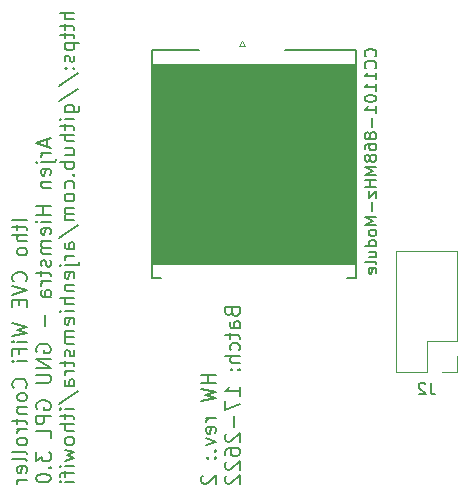
<source format=gbo>
G04 #@! TF.GenerationSoftware,KiCad,Pcbnew,(6.0.1-0)*
G04 #@! TF.CreationDate,2022-06-28T13:25:53+02:00*
G04 #@! TF.ProjectId,ithowifi_4l,6974686f-7769-4666-995f-346c2e6b6963,rev?*
G04 #@! TF.SameCoordinates,Original*
G04 #@! TF.FileFunction,Legend,Bot*
G04 #@! TF.FilePolarity,Positive*
%FSLAX46Y46*%
G04 Gerber Fmt 4.6, Leading zero omitted, Abs format (unit mm)*
G04 Created by KiCad (PCBNEW (6.0.1-0)) date 2022-06-28 13:25:53*
%MOMM*%
%LPD*%
G01*
G04 APERTURE LIST*
%ADD10C,0.100000*%
%ADD11C,0.200000*%
%ADD12C,0.150000*%
%ADD13C,0.120000*%
G04 APERTURE END LIST*
D10*
X114808000Y-129997200D02*
X97561400Y-129997200D01*
X97561400Y-129997200D02*
X97536000Y-113030000D01*
X97536000Y-113030000D02*
X114808000Y-113030000D01*
X114808000Y-113030000D02*
X114808000Y-129997200D01*
G36*
X114808000Y-129997200D02*
G01*
X97561400Y-129997200D01*
X97536000Y-113030000D01*
X114808000Y-113030000D01*
X114808000Y-129997200D01*
G37*
X114808000Y-129997200D02*
X97561400Y-129997200D01*
X97536000Y-113030000D01*
X114808000Y-113030000D01*
X114808000Y-129997200D01*
D11*
X86949606Y-126226666D02*
X85703606Y-126226666D01*
X86118940Y-126642000D02*
X86118940Y-127116666D01*
X85703606Y-126820000D02*
X86771606Y-126820000D01*
X86890273Y-126879333D01*
X86949606Y-126998000D01*
X86949606Y-127116666D01*
X86949606Y-127532000D02*
X85703606Y-127532000D01*
X86949606Y-128066000D02*
X86296940Y-128066000D01*
X86178273Y-128006666D01*
X86118940Y-127888000D01*
X86118940Y-127710000D01*
X86178273Y-127591333D01*
X86237606Y-127532000D01*
X86949606Y-128837333D02*
X86890273Y-128718666D01*
X86830940Y-128659333D01*
X86712273Y-128600000D01*
X86356273Y-128600000D01*
X86237606Y-128659333D01*
X86178273Y-128718666D01*
X86118940Y-128837333D01*
X86118940Y-129015333D01*
X86178273Y-129134000D01*
X86237606Y-129193333D01*
X86356273Y-129252666D01*
X86712273Y-129252666D01*
X86830940Y-129193333D01*
X86890273Y-129134000D01*
X86949606Y-129015333D01*
X86949606Y-128837333D01*
X86830940Y-131448000D02*
X86890273Y-131388666D01*
X86949606Y-131210666D01*
X86949606Y-131092000D01*
X86890273Y-130914000D01*
X86771606Y-130795333D01*
X86652940Y-130736000D01*
X86415606Y-130676666D01*
X86237606Y-130676666D01*
X86000273Y-130736000D01*
X85881606Y-130795333D01*
X85762940Y-130914000D01*
X85703606Y-131092000D01*
X85703606Y-131210666D01*
X85762940Y-131388666D01*
X85822273Y-131448000D01*
X85703606Y-131804000D02*
X86949606Y-132219333D01*
X85703606Y-132634666D01*
X86296940Y-133049999D02*
X86296940Y-133465333D01*
X86949606Y-133643333D02*
X86949606Y-133049999D01*
X85703606Y-133049999D01*
X85703606Y-133643333D01*
X85703606Y-135008000D02*
X86949606Y-135304666D01*
X86059606Y-135542000D01*
X86949606Y-135779333D01*
X85703606Y-136076000D01*
X86949606Y-136550666D02*
X86118940Y-136550666D01*
X85703606Y-136550666D02*
X85762940Y-136491333D01*
X85822273Y-136550666D01*
X85762940Y-136610000D01*
X85703606Y-136550666D01*
X85822273Y-136550666D01*
X86296940Y-137559333D02*
X86296940Y-137144000D01*
X86949606Y-137144000D02*
X85703606Y-137144000D01*
X85703606Y-137737333D01*
X86949606Y-138212000D02*
X86118940Y-138212000D01*
X85703606Y-138212000D02*
X85762940Y-138152666D01*
X85822273Y-138212000D01*
X85762940Y-138271333D01*
X85703606Y-138212000D01*
X85822273Y-138212000D01*
X86830940Y-140466666D02*
X86890273Y-140407333D01*
X86949606Y-140229333D01*
X86949606Y-140110666D01*
X86890273Y-139932666D01*
X86771606Y-139814000D01*
X86652940Y-139754666D01*
X86415606Y-139695333D01*
X86237606Y-139695333D01*
X86000273Y-139754666D01*
X85881606Y-139814000D01*
X85762940Y-139932666D01*
X85703606Y-140110666D01*
X85703606Y-140229333D01*
X85762940Y-140407333D01*
X85822273Y-140466666D01*
X86949606Y-141178666D02*
X86890273Y-141060000D01*
X86830940Y-141000666D01*
X86712273Y-140941333D01*
X86356273Y-140941333D01*
X86237606Y-141000666D01*
X86178273Y-141060000D01*
X86118940Y-141178666D01*
X86118940Y-141356666D01*
X86178273Y-141475333D01*
X86237606Y-141534666D01*
X86356273Y-141594000D01*
X86712273Y-141594000D01*
X86830940Y-141534666D01*
X86890273Y-141475333D01*
X86949606Y-141356666D01*
X86949606Y-141178666D01*
X86118940Y-142128000D02*
X86949606Y-142128000D01*
X86237606Y-142128000D02*
X86178273Y-142187333D01*
X86118940Y-142306000D01*
X86118940Y-142484000D01*
X86178273Y-142602666D01*
X86296940Y-142662000D01*
X86949606Y-142662000D01*
X86118940Y-143077333D02*
X86118940Y-143552000D01*
X85703606Y-143255333D02*
X86771606Y-143255333D01*
X86890273Y-143314666D01*
X86949606Y-143433333D01*
X86949606Y-143552000D01*
X86949606Y-143967333D02*
X86118940Y-143967333D01*
X86356273Y-143967333D02*
X86237606Y-144026666D01*
X86178273Y-144086000D01*
X86118940Y-144204666D01*
X86118940Y-144323333D01*
X86949606Y-144916666D02*
X86890273Y-144798000D01*
X86830940Y-144738666D01*
X86712273Y-144679333D01*
X86356273Y-144679333D01*
X86237606Y-144738666D01*
X86178273Y-144798000D01*
X86118940Y-144916666D01*
X86118940Y-145094666D01*
X86178273Y-145213333D01*
X86237606Y-145272666D01*
X86356273Y-145332000D01*
X86712273Y-145332000D01*
X86830940Y-145272666D01*
X86890273Y-145213333D01*
X86949606Y-145094666D01*
X86949606Y-144916666D01*
X86949606Y-146044000D02*
X86890273Y-145925333D01*
X86771606Y-145866000D01*
X85703606Y-145866000D01*
X86949606Y-146696666D02*
X86890273Y-146578000D01*
X86771606Y-146518666D01*
X85703606Y-146518666D01*
X86890273Y-147646000D02*
X86949606Y-147527333D01*
X86949606Y-147290000D01*
X86890273Y-147171333D01*
X86771606Y-147112000D01*
X86296940Y-147112000D01*
X86178273Y-147171333D01*
X86118940Y-147290000D01*
X86118940Y-147527333D01*
X86178273Y-147646000D01*
X86296940Y-147705333D01*
X86415606Y-147705333D01*
X86534273Y-147112000D01*
X86949606Y-148239333D02*
X86118940Y-148239333D01*
X86356273Y-148239333D02*
X86237606Y-148298666D01*
X86178273Y-148358000D01*
X86118940Y-148476666D01*
X86118940Y-148595333D01*
X88599666Y-119462666D02*
X88599666Y-120056000D01*
X88955666Y-119344000D02*
X87709666Y-119759333D01*
X88955666Y-120174666D01*
X88955666Y-120590000D02*
X88125000Y-120590000D01*
X88362333Y-120590000D02*
X88243666Y-120649333D01*
X88184333Y-120708666D01*
X88125000Y-120827333D01*
X88125000Y-120946000D01*
X88125000Y-121361333D02*
X89193000Y-121361333D01*
X89311666Y-121302000D01*
X89371000Y-121183333D01*
X89371000Y-121124000D01*
X87709666Y-121361333D02*
X87769000Y-121302000D01*
X87828333Y-121361333D01*
X87769000Y-121420666D01*
X87709666Y-121361333D01*
X87828333Y-121361333D01*
X88896333Y-122429333D02*
X88955666Y-122310666D01*
X88955666Y-122073333D01*
X88896333Y-121954666D01*
X88777666Y-121895333D01*
X88303000Y-121895333D01*
X88184333Y-121954666D01*
X88125000Y-122073333D01*
X88125000Y-122310666D01*
X88184333Y-122429333D01*
X88303000Y-122488666D01*
X88421666Y-122488666D01*
X88540333Y-121895333D01*
X88125000Y-123022666D02*
X88955666Y-123022666D01*
X88243666Y-123022666D02*
X88184333Y-123082000D01*
X88125000Y-123200666D01*
X88125000Y-123378666D01*
X88184333Y-123497333D01*
X88303000Y-123556666D01*
X88955666Y-123556666D01*
X88955666Y-125099333D02*
X87709666Y-125099333D01*
X88303000Y-125099333D02*
X88303000Y-125811333D01*
X88955666Y-125811333D02*
X87709666Y-125811333D01*
X88955666Y-126404666D02*
X88125000Y-126404666D01*
X87709666Y-126404666D02*
X87769000Y-126345333D01*
X87828333Y-126404666D01*
X87769000Y-126464000D01*
X87709666Y-126404666D01*
X87828333Y-126404666D01*
X88896333Y-127472666D02*
X88955666Y-127354000D01*
X88955666Y-127116666D01*
X88896333Y-126998000D01*
X88777666Y-126938666D01*
X88303000Y-126938666D01*
X88184333Y-126998000D01*
X88125000Y-127116666D01*
X88125000Y-127354000D01*
X88184333Y-127472666D01*
X88303000Y-127532000D01*
X88421666Y-127532000D01*
X88540333Y-126938666D01*
X88955666Y-128066000D02*
X88125000Y-128066000D01*
X88243666Y-128066000D02*
X88184333Y-128125333D01*
X88125000Y-128244000D01*
X88125000Y-128422000D01*
X88184333Y-128540666D01*
X88303000Y-128600000D01*
X88955666Y-128600000D01*
X88303000Y-128600000D02*
X88184333Y-128659333D01*
X88125000Y-128778000D01*
X88125000Y-128956000D01*
X88184333Y-129074666D01*
X88303000Y-129134000D01*
X88955666Y-129134000D01*
X88896333Y-129667999D02*
X88955666Y-129786666D01*
X88955666Y-130023999D01*
X88896333Y-130142666D01*
X88777666Y-130201999D01*
X88718333Y-130201999D01*
X88599666Y-130142666D01*
X88540333Y-130023999D01*
X88540333Y-129845999D01*
X88481000Y-129727333D01*
X88362333Y-129667999D01*
X88303000Y-129667999D01*
X88184333Y-129727333D01*
X88125000Y-129845999D01*
X88125000Y-130023999D01*
X88184333Y-130142666D01*
X88125000Y-130558000D02*
X88125000Y-131032666D01*
X87709666Y-130736000D02*
X88777666Y-130736000D01*
X88896333Y-130795333D01*
X88955666Y-130914000D01*
X88955666Y-131032666D01*
X88955666Y-131448000D02*
X88125000Y-131448000D01*
X88362333Y-131448000D02*
X88243666Y-131507333D01*
X88184333Y-131566666D01*
X88125000Y-131685333D01*
X88125000Y-131804000D01*
X88955666Y-132753333D02*
X88303000Y-132753333D01*
X88184333Y-132693999D01*
X88125000Y-132575333D01*
X88125000Y-132337999D01*
X88184333Y-132219333D01*
X88896333Y-132753333D02*
X88955666Y-132634666D01*
X88955666Y-132337999D01*
X88896333Y-132219333D01*
X88777666Y-132159999D01*
X88659000Y-132159999D01*
X88540333Y-132219333D01*
X88481000Y-132337999D01*
X88481000Y-132634666D01*
X88421666Y-132753333D01*
X88481000Y-134296000D02*
X88481000Y-135245333D01*
X87769000Y-137440666D02*
X87709666Y-137322000D01*
X87709666Y-137144000D01*
X87769000Y-136966000D01*
X87887666Y-136847333D01*
X88006333Y-136788000D01*
X88243666Y-136728666D01*
X88421666Y-136728666D01*
X88659000Y-136788000D01*
X88777666Y-136847333D01*
X88896333Y-136966000D01*
X88955666Y-137144000D01*
X88955666Y-137262666D01*
X88896333Y-137440666D01*
X88837000Y-137500000D01*
X88421666Y-137500000D01*
X88421666Y-137262666D01*
X88955666Y-138034000D02*
X87709666Y-138034000D01*
X88955666Y-138746000D01*
X87709666Y-138746000D01*
X87709666Y-139339333D02*
X88718333Y-139339333D01*
X88837000Y-139398666D01*
X88896333Y-139458000D01*
X88955666Y-139576666D01*
X88955666Y-139814000D01*
X88896333Y-139932666D01*
X88837000Y-139992000D01*
X88718333Y-140051333D01*
X87709666Y-140051333D01*
X87769000Y-142246666D02*
X87709666Y-142128000D01*
X87709666Y-141950000D01*
X87769000Y-141772000D01*
X87887666Y-141653333D01*
X88006333Y-141594000D01*
X88243666Y-141534666D01*
X88421666Y-141534666D01*
X88659000Y-141594000D01*
X88777666Y-141653333D01*
X88896333Y-141772000D01*
X88955666Y-141950000D01*
X88955666Y-142068666D01*
X88896333Y-142246666D01*
X88837000Y-142306000D01*
X88421666Y-142306000D01*
X88421666Y-142068666D01*
X88955666Y-142840000D02*
X87709666Y-142840000D01*
X87709666Y-143314666D01*
X87769000Y-143433333D01*
X87828333Y-143492666D01*
X87947000Y-143552000D01*
X88125000Y-143552000D01*
X88243666Y-143492666D01*
X88303000Y-143433333D01*
X88362333Y-143314666D01*
X88362333Y-142840000D01*
X88955666Y-144679333D02*
X88955666Y-144086000D01*
X87709666Y-144086000D01*
X87709666Y-145925333D02*
X87709666Y-146696666D01*
X88184333Y-146281333D01*
X88184333Y-146459333D01*
X88243666Y-146578000D01*
X88303000Y-146637333D01*
X88421666Y-146696666D01*
X88718333Y-146696666D01*
X88837000Y-146637333D01*
X88896333Y-146578000D01*
X88955666Y-146459333D01*
X88955666Y-146103333D01*
X88896333Y-145984666D01*
X88837000Y-145925333D01*
X88837000Y-147230666D02*
X88896333Y-147290000D01*
X88955666Y-147230666D01*
X88896333Y-147171333D01*
X88837000Y-147230666D01*
X88955666Y-147230666D01*
X87709666Y-148061333D02*
X87709666Y-148180000D01*
X87769000Y-148298666D01*
X87828333Y-148357999D01*
X87947000Y-148417333D01*
X88184333Y-148476666D01*
X88481000Y-148476666D01*
X88718333Y-148417333D01*
X88837000Y-148358000D01*
X88896333Y-148298666D01*
X88955666Y-148180000D01*
X88955666Y-148061333D01*
X88896333Y-147942666D01*
X88837000Y-147883333D01*
X88718333Y-147824000D01*
X88481000Y-147764666D01*
X88184333Y-147764666D01*
X87947000Y-147824000D01*
X87828333Y-147883333D01*
X87769000Y-147942666D01*
X87709666Y-148061333D01*
X90961726Y-108723333D02*
X89715726Y-108723333D01*
X90961726Y-109257333D02*
X90309060Y-109257333D01*
X90190393Y-109198000D01*
X90131060Y-109079333D01*
X90131060Y-108901333D01*
X90190393Y-108782666D01*
X90249726Y-108723333D01*
X90131060Y-109672666D02*
X90131060Y-110147333D01*
X89715726Y-109850666D02*
X90783726Y-109850666D01*
X90902393Y-109910000D01*
X90961726Y-110028666D01*
X90961726Y-110147333D01*
X90131060Y-110384666D02*
X90131060Y-110859333D01*
X89715726Y-110562666D02*
X90783726Y-110562666D01*
X90902393Y-110622000D01*
X90961726Y-110740666D01*
X90961726Y-110859333D01*
X90131060Y-111274666D02*
X91377060Y-111274666D01*
X90190393Y-111274666D02*
X90131060Y-111393333D01*
X90131060Y-111630666D01*
X90190393Y-111749333D01*
X90249726Y-111808666D01*
X90368393Y-111868000D01*
X90724393Y-111868000D01*
X90843060Y-111808666D01*
X90902393Y-111749333D01*
X90961726Y-111630666D01*
X90961726Y-111393333D01*
X90902393Y-111274666D01*
X90902393Y-112342666D02*
X90961726Y-112461333D01*
X90961726Y-112698666D01*
X90902393Y-112817333D01*
X90783726Y-112876666D01*
X90724393Y-112876666D01*
X90605726Y-112817333D01*
X90546393Y-112698666D01*
X90546393Y-112520666D01*
X90487060Y-112402000D01*
X90368393Y-112342666D01*
X90309060Y-112342666D01*
X90190393Y-112402000D01*
X90131060Y-112520666D01*
X90131060Y-112698666D01*
X90190393Y-112817333D01*
X90843060Y-113410666D02*
X90902393Y-113470000D01*
X90961726Y-113410666D01*
X90902393Y-113351333D01*
X90843060Y-113410666D01*
X90961726Y-113410666D01*
X90190393Y-113410666D02*
X90249726Y-113470000D01*
X90309060Y-113410666D01*
X90249726Y-113351333D01*
X90190393Y-113410666D01*
X90309060Y-113410666D01*
X89656393Y-114894000D02*
X91258393Y-113826000D01*
X89656393Y-116199333D02*
X91258393Y-115131333D01*
X90131060Y-117148666D02*
X91139726Y-117148666D01*
X91258393Y-117089333D01*
X91317726Y-117030000D01*
X91377060Y-116911333D01*
X91377060Y-116733333D01*
X91317726Y-116614666D01*
X90902393Y-117148666D02*
X90961726Y-117030000D01*
X90961726Y-116792666D01*
X90902393Y-116674000D01*
X90843060Y-116614666D01*
X90724393Y-116555333D01*
X90368393Y-116555333D01*
X90249726Y-116614666D01*
X90190393Y-116674000D01*
X90131060Y-116792666D01*
X90131060Y-117030000D01*
X90190393Y-117148666D01*
X90961726Y-117742000D02*
X90131060Y-117742000D01*
X89715726Y-117742000D02*
X89775060Y-117682666D01*
X89834393Y-117742000D01*
X89775060Y-117801333D01*
X89715726Y-117742000D01*
X89834393Y-117742000D01*
X90131060Y-118157333D02*
X90131060Y-118632000D01*
X89715726Y-118335333D02*
X90783726Y-118335333D01*
X90902393Y-118394666D01*
X90961726Y-118513333D01*
X90961726Y-118632000D01*
X90961726Y-119047333D02*
X89715726Y-119047333D01*
X90961726Y-119581333D02*
X90309060Y-119581333D01*
X90190393Y-119522000D01*
X90131060Y-119403333D01*
X90131060Y-119225333D01*
X90190393Y-119106666D01*
X90249726Y-119047333D01*
X90131060Y-120708666D02*
X90961726Y-120708666D01*
X90131060Y-120174666D02*
X90783726Y-120174666D01*
X90902393Y-120234000D01*
X90961726Y-120352666D01*
X90961726Y-120530666D01*
X90902393Y-120649333D01*
X90843060Y-120708666D01*
X90961726Y-121302000D02*
X89715726Y-121302000D01*
X90190393Y-121302000D02*
X90131060Y-121420666D01*
X90131060Y-121658000D01*
X90190393Y-121776666D01*
X90249726Y-121836000D01*
X90368393Y-121895333D01*
X90724393Y-121895333D01*
X90843060Y-121836000D01*
X90902393Y-121776666D01*
X90961726Y-121658000D01*
X90961726Y-121420666D01*
X90902393Y-121302000D01*
X90843060Y-122429333D02*
X90902393Y-122488666D01*
X90961726Y-122429333D01*
X90902393Y-122370000D01*
X90843060Y-122429333D01*
X90961726Y-122429333D01*
X90902393Y-123556666D02*
X90961726Y-123438000D01*
X90961726Y-123200666D01*
X90902393Y-123082000D01*
X90843060Y-123022666D01*
X90724393Y-122963333D01*
X90368393Y-122963333D01*
X90249726Y-123022666D01*
X90190393Y-123082000D01*
X90131060Y-123200666D01*
X90131060Y-123438000D01*
X90190393Y-123556666D01*
X90961726Y-124268666D02*
X90902393Y-124150000D01*
X90843060Y-124090666D01*
X90724393Y-124031333D01*
X90368393Y-124031333D01*
X90249726Y-124090666D01*
X90190393Y-124150000D01*
X90131060Y-124268666D01*
X90131060Y-124446666D01*
X90190393Y-124565333D01*
X90249726Y-124624666D01*
X90368393Y-124684000D01*
X90724393Y-124684000D01*
X90843060Y-124624666D01*
X90902393Y-124565333D01*
X90961726Y-124446666D01*
X90961726Y-124268666D01*
X90961726Y-125218000D02*
X90131060Y-125218000D01*
X90249726Y-125218000D02*
X90190393Y-125277333D01*
X90131060Y-125396000D01*
X90131060Y-125574000D01*
X90190393Y-125692666D01*
X90309060Y-125752000D01*
X90961726Y-125752000D01*
X90309060Y-125752000D02*
X90190393Y-125811333D01*
X90131060Y-125930000D01*
X90131060Y-126108000D01*
X90190393Y-126226666D01*
X90309060Y-126286000D01*
X90961726Y-126286000D01*
X89656393Y-127769333D02*
X91258393Y-126701333D01*
X90961726Y-128718666D02*
X90309060Y-128718666D01*
X90190393Y-128659333D01*
X90131060Y-128540666D01*
X90131060Y-128303333D01*
X90190393Y-128184666D01*
X90902393Y-128718666D02*
X90961726Y-128600000D01*
X90961726Y-128303333D01*
X90902393Y-128184666D01*
X90783726Y-128125333D01*
X90665060Y-128125333D01*
X90546393Y-128184666D01*
X90487060Y-128303333D01*
X90487060Y-128600000D01*
X90427726Y-128718666D01*
X90961726Y-129312000D02*
X90131060Y-129312000D01*
X90368393Y-129312000D02*
X90249726Y-129371333D01*
X90190393Y-129430666D01*
X90131060Y-129549333D01*
X90131060Y-129668000D01*
X90131060Y-130083333D02*
X91199060Y-130083333D01*
X91317726Y-130023999D01*
X91377060Y-129905333D01*
X91377060Y-129845999D01*
X89715726Y-130083333D02*
X89775060Y-130023999D01*
X89834393Y-130083333D01*
X89775060Y-130142666D01*
X89715726Y-130083333D01*
X89834393Y-130083333D01*
X90902393Y-131151333D02*
X90961726Y-131032666D01*
X90961726Y-130795333D01*
X90902393Y-130676666D01*
X90783726Y-130617333D01*
X90309060Y-130617333D01*
X90190393Y-130676666D01*
X90131060Y-130795333D01*
X90131060Y-131032666D01*
X90190393Y-131151333D01*
X90309060Y-131210666D01*
X90427726Y-131210666D01*
X90546393Y-130617333D01*
X90131060Y-131744666D02*
X90961726Y-131744666D01*
X90249726Y-131744666D02*
X90190393Y-131803999D01*
X90131060Y-131922666D01*
X90131060Y-132100666D01*
X90190393Y-132219333D01*
X90309060Y-132278666D01*
X90961726Y-132278666D01*
X90961726Y-132871999D02*
X89715726Y-132871999D01*
X90961726Y-133405999D02*
X90309060Y-133405999D01*
X90190393Y-133346666D01*
X90131060Y-133227999D01*
X90131060Y-133049999D01*
X90190393Y-132931333D01*
X90249726Y-132871999D01*
X90961726Y-133999333D02*
X90131060Y-133999333D01*
X89715726Y-133999333D02*
X89775060Y-133939999D01*
X89834393Y-133999333D01*
X89775060Y-134058666D01*
X89715726Y-133999333D01*
X89834393Y-133999333D01*
X90902393Y-135067333D02*
X90961726Y-134948666D01*
X90961726Y-134711333D01*
X90902393Y-134592666D01*
X90783726Y-134533333D01*
X90309060Y-134533333D01*
X90190393Y-134592666D01*
X90131060Y-134711333D01*
X90131060Y-134948666D01*
X90190393Y-135067333D01*
X90309060Y-135126666D01*
X90427726Y-135126666D01*
X90546393Y-134533333D01*
X90961726Y-135660666D02*
X90131060Y-135660666D01*
X90249726Y-135660666D02*
X90190393Y-135720000D01*
X90131060Y-135838666D01*
X90131060Y-136016666D01*
X90190393Y-136135333D01*
X90309060Y-136194666D01*
X90961726Y-136194666D01*
X90309060Y-136194666D02*
X90190393Y-136254000D01*
X90131060Y-136372666D01*
X90131060Y-136550666D01*
X90190393Y-136669333D01*
X90309060Y-136728666D01*
X90961726Y-136728666D01*
X90902393Y-137262666D02*
X90961726Y-137381333D01*
X90961726Y-137618666D01*
X90902393Y-137737333D01*
X90783726Y-137796666D01*
X90724393Y-137796666D01*
X90605726Y-137737333D01*
X90546393Y-137618666D01*
X90546393Y-137440666D01*
X90487060Y-137322000D01*
X90368393Y-137262666D01*
X90309060Y-137262666D01*
X90190393Y-137322000D01*
X90131060Y-137440666D01*
X90131060Y-137618666D01*
X90190393Y-137737333D01*
X90131060Y-138152666D02*
X90131060Y-138627333D01*
X89715726Y-138330666D02*
X90783726Y-138330666D01*
X90902393Y-138390000D01*
X90961726Y-138508666D01*
X90961726Y-138627333D01*
X90961726Y-139042666D02*
X90131060Y-139042666D01*
X90368393Y-139042666D02*
X90249726Y-139102000D01*
X90190393Y-139161333D01*
X90131060Y-139280000D01*
X90131060Y-139398666D01*
X90961726Y-140348000D02*
X90309060Y-140348000D01*
X90190393Y-140288666D01*
X90131060Y-140170000D01*
X90131060Y-139932666D01*
X90190393Y-139814000D01*
X90902393Y-140348000D02*
X90961726Y-140229333D01*
X90961726Y-139932666D01*
X90902393Y-139814000D01*
X90783726Y-139754666D01*
X90665060Y-139754666D01*
X90546393Y-139814000D01*
X90487060Y-139932666D01*
X90487060Y-140229333D01*
X90427726Y-140348000D01*
X89656393Y-141831333D02*
X91258393Y-140763333D01*
X90961726Y-142246666D02*
X90131060Y-142246666D01*
X89715726Y-142246666D02*
X89775060Y-142187333D01*
X89834393Y-142246666D01*
X89775060Y-142306000D01*
X89715726Y-142246666D01*
X89834393Y-142246666D01*
X90131060Y-142662000D02*
X90131060Y-143136666D01*
X89715726Y-142840000D02*
X90783726Y-142840000D01*
X90902393Y-142899333D01*
X90961726Y-143018000D01*
X90961726Y-143136666D01*
X90961726Y-143552000D02*
X89715726Y-143552000D01*
X90961726Y-144086000D02*
X90309060Y-144086000D01*
X90190393Y-144026666D01*
X90131060Y-143908000D01*
X90131060Y-143730000D01*
X90190393Y-143611333D01*
X90249726Y-143552000D01*
X90961726Y-144857333D02*
X90902393Y-144738666D01*
X90843060Y-144679333D01*
X90724393Y-144620000D01*
X90368393Y-144620000D01*
X90249726Y-144679333D01*
X90190393Y-144738666D01*
X90131060Y-144857333D01*
X90131060Y-145035333D01*
X90190393Y-145154000D01*
X90249726Y-145213333D01*
X90368393Y-145272666D01*
X90724393Y-145272666D01*
X90843060Y-145213333D01*
X90902393Y-145154000D01*
X90961726Y-145035333D01*
X90961726Y-144857333D01*
X90131060Y-145688000D02*
X90961726Y-145925333D01*
X90368393Y-146162666D01*
X90961726Y-146400000D01*
X90131060Y-146637333D01*
X90961726Y-147112000D02*
X90131060Y-147112000D01*
X89715726Y-147112000D02*
X89775060Y-147052666D01*
X89834393Y-147112000D01*
X89775060Y-147171333D01*
X89715726Y-147112000D01*
X89834393Y-147112000D01*
X90131060Y-147527333D02*
X90131060Y-148002000D01*
X90961726Y-147705333D02*
X89893726Y-147705333D01*
X89775060Y-147764666D01*
X89715726Y-147883333D01*
X89715726Y-148002000D01*
X90961726Y-148417333D02*
X90131060Y-148417333D01*
X89715726Y-148417333D02*
X89775060Y-148357999D01*
X89834393Y-148417333D01*
X89775060Y-148476666D01*
X89715726Y-148417333D01*
X89834393Y-148417333D01*
X102938636Y-139347666D02*
X101692636Y-139347666D01*
X102285970Y-139347666D02*
X102285970Y-140059666D01*
X102938636Y-140059666D02*
X101692636Y-140059666D01*
X101692636Y-140534333D02*
X102938636Y-140831000D01*
X102048636Y-141068333D01*
X102938636Y-141305666D01*
X101692636Y-141602333D01*
X102938636Y-143026333D02*
X102107970Y-143026333D01*
X102345303Y-143026333D02*
X102226636Y-143085666D01*
X102167303Y-143145000D01*
X102107970Y-143263666D01*
X102107970Y-143382333D01*
X102879303Y-144272333D02*
X102938636Y-144153666D01*
X102938636Y-143916333D01*
X102879303Y-143797666D01*
X102760636Y-143738333D01*
X102285970Y-143738333D01*
X102167303Y-143797666D01*
X102107970Y-143916333D01*
X102107970Y-144153666D01*
X102167303Y-144272333D01*
X102285970Y-144331666D01*
X102404636Y-144331666D01*
X102523303Y-143738333D01*
X102107970Y-144747000D02*
X102938636Y-145043666D01*
X102107970Y-145340333D01*
X102819970Y-145815000D02*
X102879303Y-145874333D01*
X102938636Y-145815000D01*
X102879303Y-145755666D01*
X102819970Y-145815000D01*
X102938636Y-145815000D01*
X102819970Y-146408333D02*
X102879303Y-146467666D01*
X102938636Y-146408333D01*
X102879303Y-146349000D01*
X102819970Y-146408333D01*
X102938636Y-146408333D01*
X102167303Y-146408333D02*
X102226636Y-146467666D01*
X102285970Y-146408333D01*
X102226636Y-146349000D01*
X102167303Y-146408333D01*
X102285970Y-146408333D01*
X101811303Y-147891666D02*
X101751970Y-147951000D01*
X101692636Y-148069666D01*
X101692636Y-148366333D01*
X101751970Y-148485000D01*
X101811303Y-148544333D01*
X101929970Y-148603666D01*
X102048636Y-148603666D01*
X102226636Y-148544333D01*
X102938636Y-147832333D01*
X102938636Y-148603666D01*
X104292030Y-134067000D02*
X104351363Y-134245000D01*
X104410696Y-134304333D01*
X104529363Y-134363666D01*
X104707363Y-134363666D01*
X104826030Y-134304333D01*
X104885363Y-134245000D01*
X104944696Y-134126333D01*
X104944696Y-133651666D01*
X103698696Y-133651666D01*
X103698696Y-134067000D01*
X103758030Y-134185666D01*
X103817363Y-134245000D01*
X103936030Y-134304333D01*
X104054696Y-134304333D01*
X104173363Y-134245000D01*
X104232696Y-134185666D01*
X104292030Y-134067000D01*
X104292030Y-133651666D01*
X104944696Y-135431666D02*
X104292030Y-135431666D01*
X104173363Y-135372333D01*
X104114030Y-135253666D01*
X104114030Y-135016333D01*
X104173363Y-134897666D01*
X104885363Y-135431666D02*
X104944696Y-135313000D01*
X104944696Y-135016333D01*
X104885363Y-134897666D01*
X104766696Y-134838333D01*
X104648030Y-134838333D01*
X104529363Y-134897666D01*
X104470030Y-135016333D01*
X104470030Y-135313000D01*
X104410696Y-135431666D01*
X104114030Y-135847000D02*
X104114030Y-136321666D01*
X103698696Y-136025000D02*
X104766696Y-136025000D01*
X104885363Y-136084333D01*
X104944696Y-136203000D01*
X104944696Y-136321666D01*
X104885363Y-137271000D02*
X104944696Y-137152333D01*
X104944696Y-136915000D01*
X104885363Y-136796333D01*
X104826030Y-136737000D01*
X104707363Y-136677666D01*
X104351363Y-136677666D01*
X104232696Y-136737000D01*
X104173363Y-136796333D01*
X104114030Y-136915000D01*
X104114030Y-137152333D01*
X104173363Y-137271000D01*
X104944696Y-137805000D02*
X103698696Y-137805000D01*
X104944696Y-138339000D02*
X104292030Y-138339000D01*
X104173363Y-138279666D01*
X104114030Y-138161000D01*
X104114030Y-137983000D01*
X104173363Y-137864333D01*
X104232696Y-137805000D01*
X104826030Y-138932333D02*
X104885363Y-138991666D01*
X104944696Y-138932333D01*
X104885363Y-138873000D01*
X104826030Y-138932333D01*
X104944696Y-138932333D01*
X104173363Y-138932333D02*
X104232696Y-138991666D01*
X104292030Y-138932333D01*
X104232696Y-138873000D01*
X104173363Y-138932333D01*
X104292030Y-138932333D01*
X104944696Y-141127666D02*
X104944696Y-140415666D01*
X104944696Y-140771666D02*
X103698696Y-140771666D01*
X103876696Y-140653000D01*
X103995363Y-140534333D01*
X104054696Y-140415666D01*
X103698696Y-141543000D02*
X103698696Y-142373666D01*
X104944696Y-141839666D01*
X104470030Y-142848333D02*
X104470030Y-143797666D01*
X103817363Y-144331666D02*
X103758030Y-144391000D01*
X103698696Y-144509666D01*
X103698696Y-144806333D01*
X103758030Y-144925000D01*
X103817363Y-144984333D01*
X103936030Y-145043666D01*
X104054696Y-145043666D01*
X104232696Y-144984333D01*
X104944696Y-144272333D01*
X104944696Y-145043666D01*
X103698696Y-146111666D02*
X103698696Y-145874333D01*
X103758030Y-145755666D01*
X103817363Y-145696333D01*
X103995363Y-145577666D01*
X104232696Y-145518333D01*
X104707363Y-145518333D01*
X104826030Y-145577666D01*
X104885363Y-145637000D01*
X104944696Y-145755666D01*
X104944696Y-145993000D01*
X104885363Y-146111666D01*
X104826030Y-146171000D01*
X104707363Y-146230333D01*
X104410696Y-146230333D01*
X104292030Y-146171000D01*
X104232696Y-146111666D01*
X104173363Y-145993000D01*
X104173363Y-145755666D01*
X104232696Y-145637000D01*
X104292030Y-145577666D01*
X104410696Y-145518333D01*
X103817363Y-146705000D02*
X103758030Y-146764333D01*
X103698696Y-146883000D01*
X103698696Y-147179666D01*
X103758030Y-147298333D01*
X103817363Y-147357666D01*
X103936030Y-147417000D01*
X104054696Y-147417000D01*
X104232696Y-147357666D01*
X104944696Y-146645666D01*
X104944696Y-147417000D01*
X103817363Y-147891666D02*
X103758030Y-147951000D01*
X103698696Y-148069666D01*
X103698696Y-148366333D01*
X103758030Y-148485000D01*
X103817363Y-148544333D01*
X103936030Y-148603666D01*
X104054696Y-148603666D01*
X104232696Y-148544333D01*
X104944696Y-147832333D01*
X104944696Y-148603666D01*
D12*
X121110333Y-140017380D02*
X121110333Y-140731666D01*
X121157952Y-140874523D01*
X121253190Y-140969761D01*
X121396047Y-141017380D01*
X121491285Y-141017380D01*
X120681761Y-140112619D02*
X120634142Y-140065000D01*
X120538904Y-140017380D01*
X120300809Y-140017380D01*
X120205571Y-140065000D01*
X120157952Y-140112619D01*
X120110333Y-140207857D01*
X120110333Y-140303095D01*
X120157952Y-140445952D01*
X120729380Y-141017380D01*
X120110333Y-141017380D01*
X116435142Y-112404047D02*
X116482761Y-112356428D01*
X116530380Y-112213571D01*
X116530380Y-112118333D01*
X116482761Y-111975476D01*
X116387523Y-111880238D01*
X116292285Y-111832619D01*
X116101809Y-111785000D01*
X115958952Y-111785000D01*
X115768476Y-111832619D01*
X115673238Y-111880238D01*
X115578000Y-111975476D01*
X115530380Y-112118333D01*
X115530380Y-112213571D01*
X115578000Y-112356428D01*
X115625619Y-112404047D01*
X116435142Y-113404047D02*
X116482761Y-113356428D01*
X116530380Y-113213571D01*
X116530380Y-113118333D01*
X116482761Y-112975476D01*
X116387523Y-112880238D01*
X116292285Y-112832619D01*
X116101809Y-112785000D01*
X115958952Y-112785000D01*
X115768476Y-112832619D01*
X115673238Y-112880238D01*
X115578000Y-112975476D01*
X115530380Y-113118333D01*
X115530380Y-113213571D01*
X115578000Y-113356428D01*
X115625619Y-113404047D01*
X116530380Y-114356428D02*
X116530380Y-113785000D01*
X116530380Y-114070714D02*
X115530380Y-114070714D01*
X115673238Y-113975476D01*
X115768476Y-113880238D01*
X115816095Y-113785000D01*
X116530380Y-115308809D02*
X116530380Y-114737380D01*
X116530380Y-115023095D02*
X115530380Y-115023095D01*
X115673238Y-114927857D01*
X115768476Y-114832619D01*
X115816095Y-114737380D01*
X115530380Y-115927857D02*
X115530380Y-116023095D01*
X115578000Y-116118333D01*
X115625619Y-116165952D01*
X115720857Y-116213571D01*
X115911333Y-116261190D01*
X116149428Y-116261190D01*
X116339904Y-116213571D01*
X116435142Y-116165952D01*
X116482761Y-116118333D01*
X116530380Y-116023095D01*
X116530380Y-115927857D01*
X116482761Y-115832619D01*
X116435142Y-115785000D01*
X116339904Y-115737380D01*
X116149428Y-115689761D01*
X115911333Y-115689761D01*
X115720857Y-115737380D01*
X115625619Y-115785000D01*
X115578000Y-115832619D01*
X115530380Y-115927857D01*
X116530380Y-117213571D02*
X116530380Y-116642142D01*
X116530380Y-116927857D02*
X115530380Y-116927857D01*
X115673238Y-116832619D01*
X115768476Y-116737380D01*
X115816095Y-116642142D01*
X116149428Y-117642142D02*
X116149428Y-118404047D01*
X115958952Y-119023095D02*
X115911333Y-118927857D01*
X115863714Y-118880238D01*
X115768476Y-118832619D01*
X115720857Y-118832619D01*
X115625619Y-118880238D01*
X115578000Y-118927857D01*
X115530380Y-119023095D01*
X115530380Y-119213571D01*
X115578000Y-119308809D01*
X115625619Y-119356428D01*
X115720857Y-119404047D01*
X115768476Y-119404047D01*
X115863714Y-119356428D01*
X115911333Y-119308809D01*
X115958952Y-119213571D01*
X115958952Y-119023095D01*
X116006571Y-118927857D01*
X116054190Y-118880238D01*
X116149428Y-118832619D01*
X116339904Y-118832619D01*
X116435142Y-118880238D01*
X116482761Y-118927857D01*
X116530380Y-119023095D01*
X116530380Y-119213571D01*
X116482761Y-119308809D01*
X116435142Y-119356428D01*
X116339904Y-119404047D01*
X116149428Y-119404047D01*
X116054190Y-119356428D01*
X116006571Y-119308809D01*
X115958952Y-119213571D01*
X115530380Y-120261190D02*
X115530380Y-120070714D01*
X115578000Y-119975476D01*
X115625619Y-119927857D01*
X115768476Y-119832619D01*
X115958952Y-119785000D01*
X116339904Y-119785000D01*
X116435142Y-119832619D01*
X116482761Y-119880238D01*
X116530380Y-119975476D01*
X116530380Y-120165952D01*
X116482761Y-120261190D01*
X116435142Y-120308809D01*
X116339904Y-120356428D01*
X116101809Y-120356428D01*
X116006571Y-120308809D01*
X115958952Y-120261190D01*
X115911333Y-120165952D01*
X115911333Y-119975476D01*
X115958952Y-119880238D01*
X116006571Y-119832619D01*
X116101809Y-119785000D01*
X115958952Y-120927857D02*
X115911333Y-120832619D01*
X115863714Y-120785000D01*
X115768476Y-120737380D01*
X115720857Y-120737380D01*
X115625619Y-120785000D01*
X115578000Y-120832619D01*
X115530380Y-120927857D01*
X115530380Y-121118333D01*
X115578000Y-121213571D01*
X115625619Y-121261190D01*
X115720857Y-121308809D01*
X115768476Y-121308809D01*
X115863714Y-121261190D01*
X115911333Y-121213571D01*
X115958952Y-121118333D01*
X115958952Y-120927857D01*
X116006571Y-120832619D01*
X116054190Y-120785000D01*
X116149428Y-120737380D01*
X116339904Y-120737380D01*
X116435142Y-120785000D01*
X116482761Y-120832619D01*
X116530380Y-120927857D01*
X116530380Y-121118333D01*
X116482761Y-121213571D01*
X116435142Y-121261190D01*
X116339904Y-121308809D01*
X116149428Y-121308809D01*
X116054190Y-121261190D01*
X116006571Y-121213571D01*
X115958952Y-121118333D01*
X116530380Y-121737380D02*
X115530380Y-121737380D01*
X116244666Y-122070714D01*
X115530380Y-122404047D01*
X116530380Y-122404047D01*
X116530380Y-122880238D02*
X115530380Y-122880238D01*
X116006571Y-122880238D02*
X116006571Y-123451666D01*
X116530380Y-123451666D02*
X115530380Y-123451666D01*
X115863714Y-123832619D02*
X115863714Y-124356428D01*
X116530380Y-123832619D01*
X116530380Y-124356428D01*
X116149428Y-124737380D02*
X116149428Y-125499285D01*
X116530380Y-125975476D02*
X115530380Y-125975476D01*
X116244666Y-126308809D01*
X115530380Y-126642142D01*
X116530380Y-126642142D01*
X116530380Y-127261190D02*
X116482761Y-127165952D01*
X116435142Y-127118333D01*
X116339904Y-127070714D01*
X116054190Y-127070714D01*
X115958952Y-127118333D01*
X115911333Y-127165952D01*
X115863714Y-127261190D01*
X115863714Y-127404047D01*
X115911333Y-127499285D01*
X115958952Y-127546904D01*
X116054190Y-127594523D01*
X116339904Y-127594523D01*
X116435142Y-127546904D01*
X116482761Y-127499285D01*
X116530380Y-127404047D01*
X116530380Y-127261190D01*
X116530380Y-128451666D02*
X115530380Y-128451666D01*
X116482761Y-128451666D02*
X116530380Y-128356428D01*
X116530380Y-128165952D01*
X116482761Y-128070714D01*
X116435142Y-128023095D01*
X116339904Y-127975476D01*
X116054190Y-127975476D01*
X115958952Y-128023095D01*
X115911333Y-128070714D01*
X115863714Y-128165952D01*
X115863714Y-128356428D01*
X115911333Y-128451666D01*
X115863714Y-129356428D02*
X116530380Y-129356428D01*
X115863714Y-128927857D02*
X116387523Y-128927857D01*
X116482761Y-128975476D01*
X116530380Y-129070714D01*
X116530380Y-129213571D01*
X116482761Y-129308809D01*
X116435142Y-129356428D01*
X116530380Y-129975476D02*
X116482761Y-129880238D01*
X116387523Y-129832619D01*
X115530380Y-129832619D01*
X116482761Y-130737380D02*
X116530380Y-130642142D01*
X116530380Y-130451666D01*
X116482761Y-130356428D01*
X116387523Y-130308809D01*
X116006571Y-130308809D01*
X115911333Y-130356428D01*
X115863714Y-130451666D01*
X115863714Y-130642142D01*
X115911333Y-130737380D01*
X116006571Y-130785000D01*
X116101809Y-130785000D01*
X116197047Y-130308809D01*
D13*
X120777000Y-139125000D02*
X120777000Y-136525000D01*
X118177000Y-128845000D02*
X123377000Y-128845000D01*
X118177000Y-139125000D02*
X118177000Y-128845000D01*
X120777000Y-136525000D02*
X123377000Y-136525000D01*
X123377000Y-136525000D02*
X123377000Y-128845000D01*
X122047000Y-139125000D02*
X123377000Y-139125000D01*
X118177000Y-139125000D02*
X120777000Y-139125000D01*
X123377000Y-139125000D02*
X123377000Y-137795000D01*
X104931400Y-111558400D02*
X105181400Y-111058400D01*
X105181400Y-111058400D02*
X105431400Y-111558400D01*
X105431400Y-111558400D02*
X104931400Y-111558400D01*
D12*
X114822000Y-111889000D02*
X108797000Y-111889000D01*
X97522000Y-111889000D02*
X97522000Y-131189000D01*
X97522000Y-131189000D02*
X98272000Y-131189000D01*
X114822000Y-131189000D02*
X114822000Y-111889000D01*
X114072000Y-131189000D02*
X114822000Y-131189000D01*
X101547000Y-111889000D02*
X97522000Y-111889000D01*
M02*

</source>
